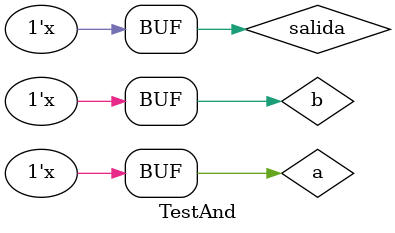
<source format=v>
module TestAnd;
	reg a,b; // Entradas
	wire salida; // El cable de salida donde se volcara el resultado
	and a1(salida, a, b); // La puerta and donde especificamos la entrada y la salida

	initial
	begin
		/*
		* Usamos monitor() ya que es similar al display
		* Lo que va a hacer es que cada vez que varie el valor de
		* a o b va a imprimir los datos por pantalla
		*/
		$monitor($time, " a=%1b, b=%1b, a.b=%1b", a, b, salida);

		/*
		* A la hora de asignarlos tendremos que indicar la almohadilla
		* para indicar los instantes de tiempo que quiero esperar. En
		* este caso esperaremos 5 instantes de tiempo.
		*/
	       a = 0; b = 0;
	       #5 a = 0; b = 1;
	       #5 a = 1; b = 0;
	       #5 a = 1; b = 1;

	       #5 a = 'bx; b = 0;
	       #5 a = 'bx; b = 1;
	       #5 a = 0; b = 'bx;
	       #5 a = 1; b = 'bx;

	       #5 a = 'bz; b = 0;
	       #5 a = 'bz; b = 1;
	       #5 a = 0; b = 'bz;
	       #5 a = 1; b = 'bz;

	       #5 a = 'bx; b = 'bz;
	       #5 a = 'bx; b = 'bx;
	       #5 a = 'bz; b = 'bx;
	       #5 a = 'bz; b = 'bz;
	end
endmodule

</source>
